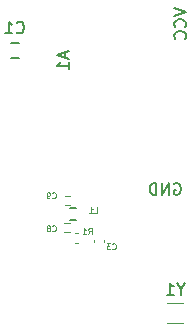
<source format=gbo>
G04 #@! TF.FileFunction,Legend,Bot*
%FSLAX46Y46*%
G04 Gerber Fmt 4.6, Leading zero omitted, Abs format (unit mm)*
G04 Created by KiCad (PCBNEW 4.0.5+dfsg1-4) date Mon Jul 30 14:02:08 2018*
%MOMM*%
%LPD*%
G01*
G04 APERTURE LIST*
%ADD10C,0.100000*%
%ADD11C,0.120000*%
%ADD12C,0.150000*%
%ADD13C,0.125000*%
G04 APERTURE END LIST*
D10*
D11*
X114801000Y-85751000D02*
X113451000Y-85751000D01*
X114801000Y-84001000D02*
X113451000Y-84001000D01*
D12*
X105698000Y-76969000D02*
X105198000Y-76969000D01*
X105198000Y-76019000D02*
X105698000Y-76019000D01*
D11*
X105258000Y-74951000D02*
X104758000Y-74951000D01*
X104758000Y-75751000D02*
X105258000Y-75751000D01*
X105232000Y-77237000D02*
X104732000Y-77237000D01*
X104732000Y-78037000D02*
X105232000Y-78037000D01*
X105624000Y-78086000D02*
X105864000Y-78086000D01*
X105864000Y-78966000D02*
X105624000Y-78966000D01*
X108089000Y-78660000D02*
X108089000Y-78900000D01*
X107209000Y-78900000D02*
X107209000Y-78660000D01*
D12*
X100887000Y-62051000D02*
X100187000Y-62051000D01*
X100187000Y-63251000D02*
X100887000Y-63251000D01*
X114602191Y-82852190D02*
X114602191Y-83328381D01*
X114935524Y-82328381D02*
X114602191Y-82852190D01*
X114268857Y-82328381D01*
X113411714Y-83328381D02*
X113983143Y-83328381D01*
X113697429Y-83328381D02*
X113697429Y-82328381D01*
X113792667Y-82471238D01*
X113887905Y-82566476D01*
X113983143Y-82614095D01*
D13*
X107271333Y-76426190D02*
X107509428Y-76426190D01*
X107509428Y-75926190D01*
X106842762Y-76426190D02*
X107128476Y-76426190D01*
X106985619Y-76426190D02*
X106985619Y-75926190D01*
X107033238Y-75997619D01*
X107080857Y-76045238D01*
X107128476Y-76069048D01*
X103715333Y-75108571D02*
X103739143Y-75132381D01*
X103810571Y-75156190D01*
X103858190Y-75156190D01*
X103929619Y-75132381D01*
X103977238Y-75084762D01*
X104001047Y-75037143D01*
X104024857Y-74941905D01*
X104024857Y-74870476D01*
X104001047Y-74775238D01*
X103977238Y-74727619D01*
X103929619Y-74680000D01*
X103858190Y-74656190D01*
X103810571Y-74656190D01*
X103739143Y-74680000D01*
X103715333Y-74703810D01*
X103477238Y-75156190D02*
X103382000Y-75156190D01*
X103334381Y-75132381D01*
X103310571Y-75108571D01*
X103262952Y-75037143D01*
X103239143Y-74941905D01*
X103239143Y-74751429D01*
X103262952Y-74703810D01*
X103286762Y-74680000D01*
X103334381Y-74656190D01*
X103429619Y-74656190D01*
X103477238Y-74680000D01*
X103501047Y-74703810D01*
X103524857Y-74751429D01*
X103524857Y-74870476D01*
X103501047Y-74918095D01*
X103477238Y-74941905D01*
X103429619Y-74965714D01*
X103334381Y-74965714D01*
X103286762Y-74941905D01*
X103262952Y-74918095D01*
X103239143Y-74870476D01*
X103715333Y-77902571D02*
X103739143Y-77926381D01*
X103810571Y-77950190D01*
X103858190Y-77950190D01*
X103929619Y-77926381D01*
X103977238Y-77878762D01*
X104001047Y-77831143D01*
X104024857Y-77735905D01*
X104024857Y-77664476D01*
X104001047Y-77569238D01*
X103977238Y-77521619D01*
X103929619Y-77474000D01*
X103858190Y-77450190D01*
X103810571Y-77450190D01*
X103739143Y-77474000D01*
X103715333Y-77497810D01*
X103429619Y-77664476D02*
X103477238Y-77640667D01*
X103501047Y-77616857D01*
X103524857Y-77569238D01*
X103524857Y-77545429D01*
X103501047Y-77497810D01*
X103477238Y-77474000D01*
X103429619Y-77450190D01*
X103334381Y-77450190D01*
X103286762Y-77474000D01*
X103262952Y-77497810D01*
X103239143Y-77545429D01*
X103239143Y-77569238D01*
X103262952Y-77616857D01*
X103286762Y-77640667D01*
X103334381Y-77664476D01*
X103429619Y-77664476D01*
X103477238Y-77688286D01*
X103501047Y-77712095D01*
X103524857Y-77759714D01*
X103524857Y-77854952D01*
X103501047Y-77902571D01*
X103477238Y-77926381D01*
X103429619Y-77950190D01*
X103334381Y-77950190D01*
X103286762Y-77926381D01*
X103262952Y-77902571D01*
X103239143Y-77854952D01*
X103239143Y-77759714D01*
X103262952Y-77712095D01*
X103286762Y-77688286D01*
X103334381Y-77664476D01*
X106763333Y-78204190D02*
X106930000Y-77966095D01*
X107049047Y-78204190D02*
X107049047Y-77704190D01*
X106858571Y-77704190D01*
X106810952Y-77728000D01*
X106787143Y-77751810D01*
X106763333Y-77799429D01*
X106763333Y-77870857D01*
X106787143Y-77918476D01*
X106810952Y-77942286D01*
X106858571Y-77966095D01*
X107049047Y-77966095D01*
X106287143Y-78204190D02*
X106572857Y-78204190D01*
X106430000Y-78204190D02*
X106430000Y-77704190D01*
X106477619Y-77775619D01*
X106525238Y-77823238D01*
X106572857Y-77847048D01*
X108795333Y-79426571D02*
X108819143Y-79450381D01*
X108890571Y-79474190D01*
X108938190Y-79474190D01*
X109009619Y-79450381D01*
X109057238Y-79402762D01*
X109081047Y-79355143D01*
X109104857Y-79259905D01*
X109104857Y-79188476D01*
X109081047Y-79093238D01*
X109057238Y-79045619D01*
X109009619Y-78998000D01*
X108938190Y-78974190D01*
X108890571Y-78974190D01*
X108819143Y-78998000D01*
X108795333Y-79021810D01*
X108628666Y-78974190D02*
X108319143Y-78974190D01*
X108485809Y-79164667D01*
X108414381Y-79164667D01*
X108366762Y-79188476D01*
X108342952Y-79212286D01*
X108319143Y-79259905D01*
X108319143Y-79378952D01*
X108342952Y-79426571D01*
X108366762Y-79450381D01*
X108414381Y-79474190D01*
X108557238Y-79474190D01*
X108604857Y-79450381D01*
X108628666Y-79426571D01*
D12*
X104814667Y-62785714D02*
X104814667Y-63261905D01*
X105100381Y-62690476D02*
X104100381Y-63023809D01*
X105100381Y-63357143D01*
X105100381Y-64214286D02*
X105100381Y-63642857D01*
X105100381Y-63928571D02*
X104100381Y-63928571D01*
X104243238Y-63833333D01*
X104338476Y-63738095D01*
X104386095Y-63642857D01*
X100703666Y-61108143D02*
X100751285Y-61155762D01*
X100894142Y-61203381D01*
X100989380Y-61203381D01*
X101132238Y-61155762D01*
X101227476Y-61060524D01*
X101275095Y-60965286D01*
X101322714Y-60774810D01*
X101322714Y-60631952D01*
X101275095Y-60441476D01*
X101227476Y-60346238D01*
X101132238Y-60251000D01*
X100989380Y-60203381D01*
X100894142Y-60203381D01*
X100751285Y-60251000D01*
X100703666Y-60298619D01*
X99751285Y-61203381D02*
X100322714Y-61203381D01*
X100037000Y-61203381D02*
X100037000Y-60203381D01*
X100132238Y-60346238D01*
X100227476Y-60441476D01*
X100322714Y-60489095D01*
X114045904Y-73922000D02*
X114141142Y-73874381D01*
X114283999Y-73874381D01*
X114426857Y-73922000D01*
X114522095Y-74017238D01*
X114569714Y-74112476D01*
X114617333Y-74302952D01*
X114617333Y-74445810D01*
X114569714Y-74636286D01*
X114522095Y-74731524D01*
X114426857Y-74826762D01*
X114283999Y-74874381D01*
X114188761Y-74874381D01*
X114045904Y-74826762D01*
X113998285Y-74779143D01*
X113998285Y-74445810D01*
X114188761Y-74445810D01*
X113569714Y-74874381D02*
X113569714Y-73874381D01*
X112998285Y-74874381D01*
X112998285Y-73874381D01*
X112522095Y-74874381D02*
X112522095Y-73874381D01*
X112284000Y-73874381D01*
X112141142Y-73922000D01*
X112045904Y-74017238D01*
X111998285Y-74112476D01*
X111950666Y-74302952D01*
X111950666Y-74445810D01*
X111998285Y-74636286D01*
X112045904Y-74731524D01*
X112141142Y-74826762D01*
X112284000Y-74874381D01*
X112522095Y-74874381D01*
X114052381Y-59066667D02*
X115052381Y-59400000D01*
X114052381Y-59733334D01*
X114957143Y-60638096D02*
X115004762Y-60590477D01*
X115052381Y-60447620D01*
X115052381Y-60352382D01*
X115004762Y-60209524D01*
X114909524Y-60114286D01*
X114814286Y-60066667D01*
X114623810Y-60019048D01*
X114480952Y-60019048D01*
X114290476Y-60066667D01*
X114195238Y-60114286D01*
X114100000Y-60209524D01*
X114052381Y-60352382D01*
X114052381Y-60447620D01*
X114100000Y-60590477D01*
X114147619Y-60638096D01*
X114957143Y-61638096D02*
X115004762Y-61590477D01*
X115052381Y-61447620D01*
X115052381Y-61352382D01*
X115004762Y-61209524D01*
X114909524Y-61114286D01*
X114814286Y-61066667D01*
X114623810Y-61019048D01*
X114480952Y-61019048D01*
X114290476Y-61066667D01*
X114195238Y-61114286D01*
X114100000Y-61209524D01*
X114052381Y-61352382D01*
X114052381Y-61447620D01*
X114100000Y-61590477D01*
X114147619Y-61638096D01*
M02*

</source>
